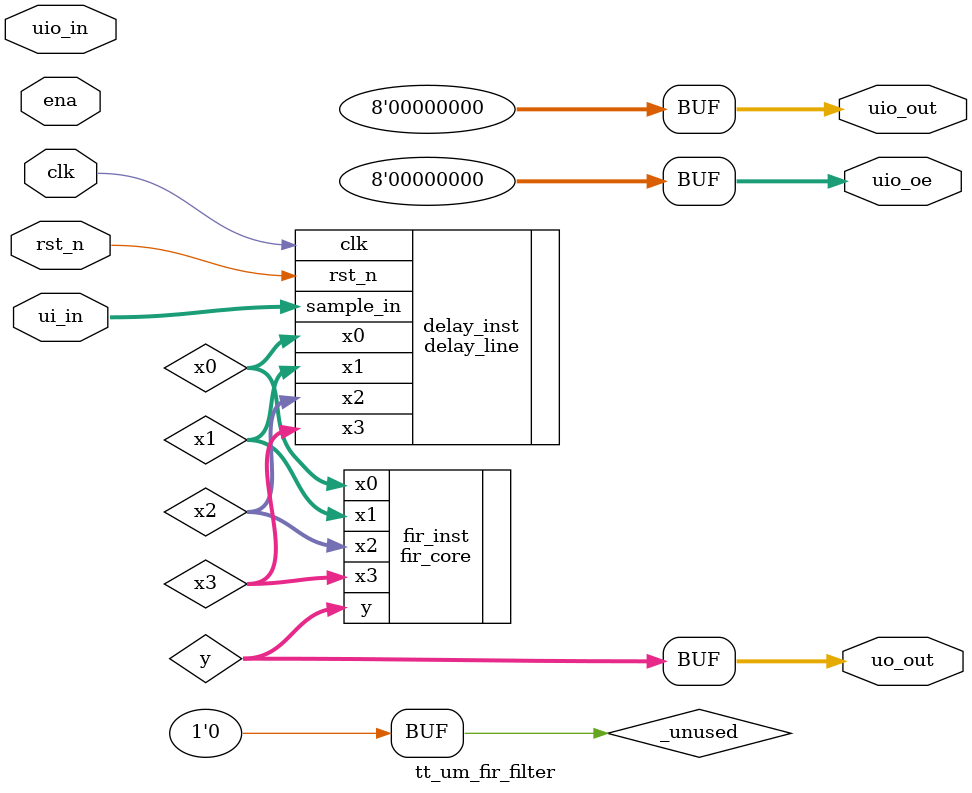
<source format=v>
`default_nettype none

module tt_um_fir_filter (
    input  wire [7:0] ui_in,
    output wire [7:0] uo_out,
    input  wire [7:0] uio_in,
    output wire [7:0] uio_out,
    output wire [7:0] uio_oe,
    input  wire       ena,
    input  wire       clk,
    input  wire       rst_n
);

    // Internal wires between modules
    wire [7:0] x0, x1, x2, x3;
    wire [7:0] y;

    // -----------------------
    // Delay Line
    // -----------------------
    delay_line delay_inst (
        .clk(clk),
        .rst_n(rst_n),
        .sample_in(ui_in),
        .x0(x0),
        .x1(x1),
        .x2(x2),
        .x3(x3)
    );

    // -----------------------
    // FIR Core
    // -----------------------
    fir_core fir_inst (
        .x0(x0),
        .x1(x1),
        .x2(x2),
        .x3(x3),
        .y(y)
    );

    // -----------------------
    // Outputs
    // -----------------------
    assign uo_out = y;

    // We don't use bidirectional pins
    assign uio_out = 8'b0;
    assign uio_oe  = 8'b0;

    // prevent warnings
    wire _unused = &{ena, uio_in, 1'b0};

endmodule

</source>
